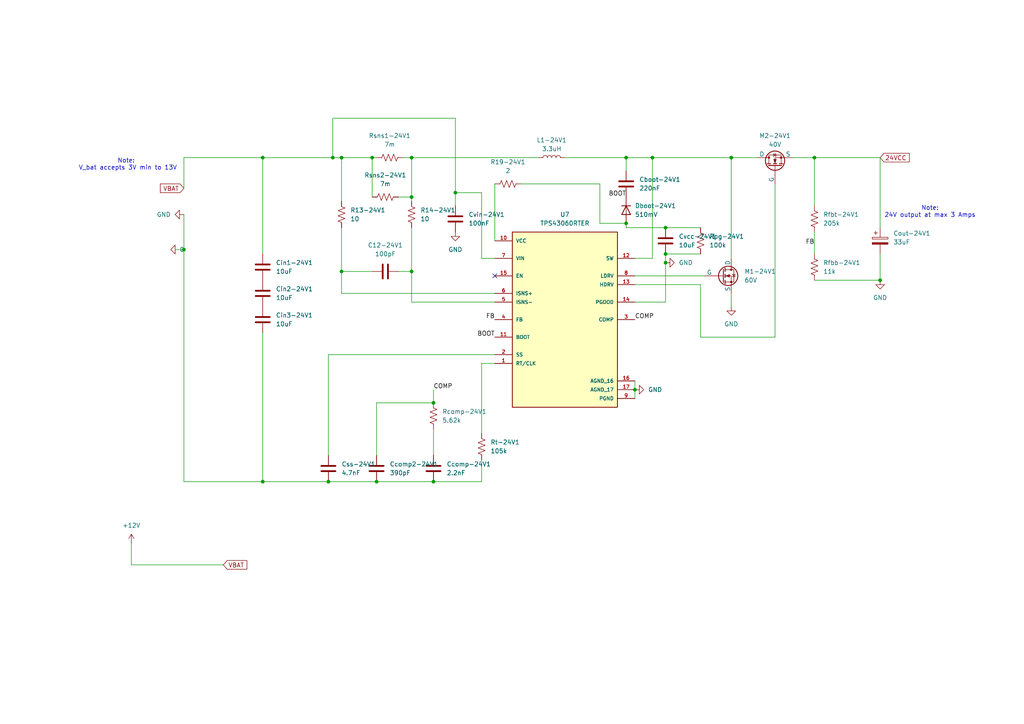
<source format=kicad_sch>
(kicad_sch (version 20250114) (generator "eeschema") (generator_version "9.0")
  (paper "A4")
  (lib_symbols
    (symbol "Device:C" (pin_numbers (hide yes)) (pin_names (offset 0.254))
      (property "Reference" "C" (at 0.635 2.54 0))
      (property "Value" "C" (at 0.635 -2.54 0))
      (symbol "C_0_1"
        (polyline (pts (xy -2.032 0.762) (xy 2.032 0.762)) (stroke (width 0.508)))
        (polyline (pts (xy -2.032 -0.762) (xy 2.032 -0.762)) (stroke (width 0.508)))
      )
      (symbol "C_1_1"
        (pin passive line (at 0 3.81 270) (length 2.794) (name "~") (number "1"))
        (pin passive line (at 0 -3.81 90) (length 2.794) (name "~") (number "2"))
      )
    )
    (symbol "Device:C_Polarized" (pin_numbers (hide yes)) (pin_names (offset 0.254))
      (property "Reference" "C" (at 0.635 2.54 0))
      (property "Value" "C_Polarized" (at 0.635 -2.54 0))
      (symbol "C_Polarized_0_1"
        (rectangle (start -2.286 0.508) (end 2.286 1.016))
        (polyline (pts (xy -1.778 2.286) (xy -0.762 2.286)))
        (polyline (pts (xy -1.27 2.794) (xy -1.27 1.778)))
        (rectangle (start 2.286 -0.508) (end -2.286 -1.016) (fill (type outline)))
      )
      (symbol "C_Polarized_1_1"
        (pin passive line (at 0 3.81 270) (length 2.794) (name "~") (number "1"))
        (pin passive line (at 0 -3.81 90) (length 2.794) (name "~") (number "2"))
      )
    )
    (symbol "Device:D" (pin_numbers (hide yes)) (pin_names (offset 1.016) (hide yes))
      (property "Reference" "D" (at 0 2.54 0))
      (property "Value" "D" (at 0 -2.54 0))
      (symbol "D_0_1"
        (polyline (pts (xy -1.27 1.27) (xy -1.27 -1.27)) (stroke (width 0.254)))
        (polyline (pts (xy 1.27 1.27) (xy 1.27 -1.27) (xy -1.27 0) (xy 1.27 1.27)) (stroke (width 0.254)))
        (polyline (pts (xy 1.27 0) (xy -1.27 0)))
      )
      (symbol "D_1_1"
        (pin passive line (at -3.81 0 0) (length 2.54) (name "K") (number "1"))
        (pin passive line (at 3.81 0 180) (length 2.54) (name "A") (number "2"))
      )
    )
    (symbol "Device:L" (pin_numbers (hide yes)) (pin_names (offset 1.016) (hide yes))
      (property "Reference" "L" (at -1.27 0 90))
      (property "Value" "L" (at 1.905 0 90))
      (symbol "L_0_1"
        (arc (start 0 2.54) (mid 0.6323 1.905) (end 0 1.27))
        (arc (start 0 1.27) (mid 0.6323 0.635) (end 0 0))
        (arc (start 0 0) (mid 0.6323 -0.635) (end 0 -1.27))
        (arc (start 0 -1.27) (mid 0.6323 -1.905) (end 0 -2.54))
      )
      (symbol "L_1_1"
        (pin passive line (at 0 3.81 270) (length 1.27) (name "1") (number "1"))
        (pin passive line (at 0 -3.81 90) (length 1.27) (name "2") (number "2"))
      )
    )
    (symbol "Device:R_US" (pin_numbers (hide yes)) (pin_names (offset 0))
      (property "Reference" "R" (at 2.54 0 90))
      (property "Value" "R_US" (at -2.54 0 90))
      (symbol "R_US_0_1"
        (polyline (pts (xy 0 2.286) (xy 0 2.54)))
        (polyline (pts (xy 0 2.286) (xy 1.016 1.905) (xy 0 1.524) (xy -1.016 1.143) (xy 0 0.762)))
        (polyline (pts (xy 0 0.762) (xy 1.016 0.381) (xy 0 0) (xy -1.016 -0.381) (xy 0 -0.762)))
        (polyline (pts (xy 0 -0.762) (xy 1.016 -1.143) (xy 0 -1.524) (xy -1.016 -1.905) (xy 0 -2.286)))
        (polyline (pts (xy 0 -2.286) (xy 0 -2.54)))
      )
      (symbol "R_US_1_1"
        (pin passive line (at 0 3.81 270) (length 1.27) (name "~") (number "1"))
        (pin passive line (at 0 -3.81 90) (length 1.27) (name "~") (number "2"))
      )
    )
    (symbol "Simulation_SPICE:0" (power) (pin_numbers (hide yes)) (pin_names (offset 0) (hide yes))
      (property "Value" "0" (at 0 -2.54 0))
      (symbol "0_0_1"
        (polyline (pts (xy -1.27 0) (xy 0 -1.27) (xy 1.27 0) (xy -1.27 0)))
      )
      (symbol "0_1_1"
        (pin power_in line (at 0 0 0) (length 0) (name "~") (number "1"))
      )
    )
    (symbol "Simulation_SPICE:NMOS" (pin_numbers (hide yes)) (pin_names (offset 0))
      (property "Reference" "Q" (at 5.08 1.27 0))
      (property "Value" "NMOS" (at 5.08 -1.27 0))
      (symbol "NMOS_0_1"
        (polyline (pts (xy 0.254 1.905) (xy 0.254 -1.905)) (stroke (width 0.254)))
        (polyline (pts (xy 0.254 0) (xy -2.54 0)))
        (polyline (pts (xy 0.762 2.286) (xy 0.762 1.27)) (stroke (width 0.254)))
        (polyline (pts (xy 0.762 0.508) (xy 0.762 -0.508)) (stroke (width 0.254)))
        (polyline (pts (xy 0.762 -1.27) (xy 0.762 -2.286)) (stroke (width 0.254)))
        (polyline (pts (xy 0.762 -1.778) (xy 3.302 -1.778) (xy 3.302 1.778) (xy 0.762 1.778)))
        (polyline (pts (xy 1.016 0) (xy 2.032 0.381) (xy 2.032 -0.381) (xy 1.016 0)) (fill (type outline)))
        (circle (center 1.651 0) (radius 2.794) (stroke (width 0.254)))
        (polyline (pts (xy 2.54 2.54) (xy 2.54 1.778)))
        (circle (center 2.54 1.778) (radius 0.254) (fill (type outline)))
        (circle (center 2.54 -1.778) (radius 0.254) (fill (type outline)))
        (polyline (pts (xy 2.54 -2.54) (xy 2.54 0) (xy 0.762 0)))
        (polyline (pts (xy 2.794 0.508) (xy 2.921 0.381) (xy 3.683 0.381) (xy 3.81 0.254)))
        (polyline (pts (xy 3.302 0.381) (xy 2.921 -0.254) (xy 3.683 -0.254) (xy 3.302 0.381)))
      )
      (symbol "NMOS_1_1"
        (pin input line (at -5.08 0 0) (length 2.54) (name "G") (number "2"))
        (pin passive line (at 2.54 5.08 270) (length 2.54) (name "D") (number "1"))
        (pin passive line (at 2.54 -5.08 90) (length 2.54) (name "S") (number "3"))
      )
    )
    (symbol "TPS43060RTER:TPS43060RTER" (pin_names (offset 1.016))
      (property "Reference" "U" (at -15.24 26.67 0))
      (property "Value" "TPS43060RTER" (at -15.24 -26.67 0))
      (symbol "TPS43060RTER_0_0"
        (rectangle (start -15.24 -25.4) (end 15.24 25.4) (stroke (width 0.254)) (fill (type background)))
        (pin power_in line (at -20.32 22.86 0) (length 5.08) (name "VCC") (number "10"))
        (pin input line (at -20.32 17.78 0) (length 5.08) (name "VIN") (number "7"))
        (pin input line (at -20.32 12.7 0) (length 5.08) (name "EN") (number "15"))
        (pin input line (at -20.32 7.62 0) (length 5.08) (name "ISNS+") (number "6"))
        (pin input line (at -20.32 5.08 0) (length 5.08) (name "ISNS-") (number "5"))
        (pin input line (at -20.32 0 0) (length 5.08) (name "FB") (number "4"))
        (pin input line (at -20.32 -5.08 0) (length 5.08) (name "BOOT") (number "11"))
        (pin passive line (at -20.32 -10.16 0) (length 5.08) (name "SS") (number "2"))
        (pin passive line (at -20.32 -12.7 0) (length 5.08) (name "RT/CLK") (number "1"))
        (pin output line (at 20.32 17.78 180) (length 5.08) (name "SW") (number "12"))
        (pin output line (at 20.32 12.7 180) (length 5.08) (name "LDRV") (number "8"))
        (pin output line (at 20.32 10.16 180) (length 5.08) (name "HDRV") (number "13"))
        (pin output line (at 20.32 5.08 180) (length 5.08) (name "PGOOD") (number "14"))
        (pin output line (at 20.32 0 180) (length 5.08) (name "COMP") (number "3"))
        (pin power_in line (at 20.32 -17.78 180) (length 5.08) (name "AGND_16") (number "16"))
        (pin power_in line (at 20.32 -20.32 180) (length 5.08) (name "AGND_17") (number "17"))
        (pin power_in line (at 20.32 -22.86 180) (length 5.08) (name "PGND") (number "9"))
      )
    )
    (symbol "power:+12V" (power) (pin_numbers (hide yes)) (pin_names (offset 0) (hide yes))
      (property "Value" "+12V" (at 0 3.556 0))
      (symbol "+12V_0_1"
        (polyline (pts (xy -0.762 1.27) (xy 0 2.54)))
        (polyline (pts (xy 0 2.54) (xy 0.762 1.27)))
        (polyline (pts (xy 0 0) (xy 0 2.54)))
      )
      (symbol "+12V_1_1"
        (pin power_in line (at 0 0 90) (length 0) (name "~") (number "1"))
      )
    )
    (symbol "power:GND" (power) (pin_numbers (hide yes)) (pin_names (offset 0) (hide yes))
      (property "Value" "GND" (at 0 -3.81 0))
      (symbol "GND_0_1"
        (polyline (pts (xy 0 0) (xy 0 -1.27) (xy 1.27 -1.27) (xy 0 -2.54) (xy -1.27 -1.27) (xy 0 -1.27)))
      )
      (symbol "GND_1_1"
        (pin power_in line (at 0 0 270) (length 0) (name "~") (number "1"))
      )
    )
  )
  (text "Note:\n24V output at max 3 Amps" (at 269.748 61.468 0) (effects (font (size 1.27 1.27))))
  (text "Note: \nV_bat accepts 3V min to 13V" (at 37.084 47.752 0) (effects (font (size 1.27 1.27))))
  (junction (at 193.04 76.2))
  (junction (at 119.38 45.72))
  (junction (at 181.61 45.72))
  (junction (at 181.61 64.77))
  (junction (at 193.04 73.66))
  (junction (at 96.52 45.72))
  (junction (at 109.22 139.7))
  (junction (at 119.38 78.74))
  (junction (at 184.15 113.03))
  (junction (at 95.25 139.7))
  (junction (at 99.06 78.74))
  (junction (at 132.08 55.88))
  (junction (at 53.34 72.39))
  (junction (at 107.95 45.72))
  (junction (at 255.27 81.28))
  (junction (at 119.38 57.15))
  (junction (at 125.73 139.7))
  (junction (at 99.06 45.72))
  (junction (at 236.22 45.72))
  (junction (at 76.2 139.7))
  (junction (at 125.73 116.84))
  (junction (at 212.09 45.72))
  (junction (at 76.2 45.72))
  (junction (at 189.23 45.72))
  (junction (at 193.04 66.04))
  (no_connect (at 143.51 80.01))
  (wire (pts (xy 184.15 74.93) (xy 189.23 74.93)))
  (wire (pts (xy 119.38 58.42) (xy 119.38 57.15)))
  (wire (pts (xy 143.51 53.34) (xy 143.51 69.85)))
  (wire (pts (xy 181.61 45.72) (xy 181.61 49.53)))
  (wire (pts (xy 143.51 85.09) (xy 99.06 85.09)))
  (wire (pts (xy 76.2 96.52) (xy 76.2 139.7)))
  (wire (pts (xy 119.38 45.72) (xy 119.38 57.15)))
  (wire (pts (xy 143.51 105.41) (xy 139.7 105.41)))
  (wire (pts (xy 107.95 45.72) (xy 107.95 57.15)))
  (wire (pts (xy 236.22 67.31) (xy 236.22 73.66)))
  (wire (pts (xy 212.09 85.09) (xy 212.09 88.9)))
  (wire (pts (xy 107.95 45.72) (xy 109.22 45.72)))
  (wire (pts (xy 212.09 45.72) (xy 219.71 45.72)))
  (wire (pts (xy 203.2 82.55) (xy 203.2 97.79)))
  (wire (pts (xy 76.2 45.72) (xy 76.2 73.66)))
  (wire (pts (xy 173.99 53.34) (xy 151.13 53.34)))
  (wire (pts (xy 255.27 66.04) (xy 255.27 45.72)))
  (wire (pts (xy 181.61 66.04) (xy 181.61 64.77)))
  (wire (pts (xy 184.15 80.01) (xy 204.47 80.01)))
  (wire (pts (xy 193.04 66.04) (xy 203.2 66.04)))
  (wire (pts (xy 38.1 163.83) (xy 64.77 163.83)))
  (wire (pts (xy 107.95 78.74) (xy 99.06 78.74)))
  (wire (pts (xy 236.22 81.28) (xy 255.27 81.28)))
  (wire (pts (xy 53.34 45.72) (xy 53.34 54.61)))
  (wire (pts (xy 229.87 45.72) (xy 236.22 45.72)))
  (wire (pts (xy 143.51 74.93) (xy 139.7 74.93)))
  (wire (pts (xy 76.2 45.72) (xy 96.52 45.72)))
  (wire (pts (xy 119.38 57.15) (xy 115.57 57.15)))
  (wire (pts (xy 189.23 45.72) (xy 212.09 45.72)))
  (wire (pts (xy 139.7 139.7) (xy 125.73 139.7)))
  (wire (pts (xy 95.25 132.08) (xy 95.25 102.87)))
  (wire (pts (xy 99.06 45.72) (xy 107.95 45.72)))
  (wire (pts (xy 139.7 74.93) (xy 139.7 55.88)))
  (wire (pts (xy 236.22 45.72) (xy 236.22 59.69)))
  (wire (pts (xy 203.2 97.79) (xy 224.79 97.79)))
  (wire (pts (xy 96.52 34.29) (xy 96.52 45.72)))
  (wire (pts (xy 193.04 73.66) (xy 203.2 73.66)))
  (wire (pts (xy 143.51 87.63) (xy 119.38 87.63)))
  (wire (pts (xy 125.73 124.46) (xy 125.73 132.08)))
  (wire (pts (xy 109.22 132.08) (xy 109.22 116.84)))
  (wire (pts (xy 119.38 87.63) (xy 119.38 78.74)))
  (wire (pts (xy 115.57 78.74) (xy 119.38 78.74)))
  (wire (pts (xy 50.8 72.39) (xy 53.34 72.39)))
  (wire (pts (xy 53.34 139.7) (xy 76.2 139.7)))
  (wire (pts (xy 184.15 113.03) (xy 184.15 115.57)))
  (wire (pts (xy 116.84 45.72) (xy 119.38 45.72)))
  (wire (pts (xy 99.06 45.72) (xy 99.06 58.42)))
  (wire (pts (xy 132.08 59.69) (xy 132.08 55.88)))
  (wire (pts (xy 173.99 64.77) (xy 181.61 64.77)))
  (wire (pts (xy 53.34 72.39) (xy 53.34 62.23)))
  (wire (pts (xy 99.06 85.09) (xy 99.06 78.74)))
  (wire (pts (xy 38.1 157.48) (xy 38.1 163.83)))
  (wire (pts (xy 255.27 45.72) (xy 236.22 45.72)))
  (wire (pts (xy 53.34 139.7) (xy 53.34 72.39)))
  (wire (pts (xy 125.73 113.03) (xy 125.73 116.84)))
  (wire (pts (xy 139.7 105.41) (xy 139.7 125.73)))
  (wire (pts (xy 95.25 102.87) (xy 143.51 102.87)))
  (wire (pts (xy 212.09 45.72) (xy 212.09 74.93)))
  (wire (pts (xy 173.99 53.34) (xy 173.99 64.77)))
  (wire (pts (xy 184.15 87.63) (xy 193.04 87.63)))
  (wire (pts (xy 184.15 82.55) (xy 203.2 82.55)))
  (wire (pts (xy 132.08 34.29) (xy 96.52 34.29)))
  (wire (pts (xy 109.22 139.7) (xy 125.73 139.7)))
  (wire (pts (xy 139.7 133.35) (xy 139.7 139.7)))
  (wire (pts (xy 184.15 110.49) (xy 184.15 113.03)))
  (wire (pts (xy 109.22 116.84) (xy 125.73 116.84)))
  (wire (pts (xy 119.38 45.72) (xy 156.21 45.72)))
  (wire (pts (xy 163.83 45.72) (xy 181.61 45.72)))
  (wire (pts (xy 119.38 78.74) (xy 119.38 66.04)))
  (wire (pts (xy 193.04 76.2) (xy 193.04 73.66)))
  (wire (pts (xy 255.27 81.28) (xy 255.27 73.66)))
  (wire (pts (xy 99.06 78.74) (xy 99.06 66.04)))
  (wire (pts (xy 193.04 76.2) (xy 193.04 87.63)))
  (wire (pts (xy 53.34 45.72) (xy 76.2 45.72)))
  (wire (pts (xy 76.2 139.7) (xy 95.25 139.7)))
  (wire (pts (xy 139.7 55.88) (xy 132.08 55.88)))
  (wire (pts (xy 189.23 45.72) (xy 189.23 74.93)))
  (wire (pts (xy 96.52 45.72) (xy 99.06 45.72)))
  (wire (pts (xy 181.61 45.72) (xy 189.23 45.72)))
  (wire (pts (xy 132.08 55.88) (xy 132.08 34.29)))
  (wire (pts (xy 224.79 97.79) (xy 224.79 53.34)))
  (wire (pts (xy 95.25 139.7) (xy 109.22 139.7)))
  (wire (pts (xy 193.04 66.04) (xy 181.61 66.04)))
  (label "BOOT" (at 181.61 57.15 180))
  (label "BOOT" (at 143.51 97.79 180))
  (label "COMP" (at 184.15 92.71 0))
  (label "COMP" (at 125.73 113.03 0))
  (label "FB" (at 143.51 92.71 180))
  (label "FB" (at 236.22 71.12 180))
  (global_label "VBAT" (shape input) (at 64.77 163.83 0) (property "Intersheetrefs" "${INTERSHEET_REFS}" (effects (hide yes))))
  (global_label "24VCC" (shape input) (at 255.27 45.72 0) (property "Intersheetrefs" "${INTERSHEET_REFS}" (effects (hide yes))))
  (global_label "VBAT" (shape input) (at 53.34 54.61 180) (property "Intersheetrefs" "${INTERSHEET_REFS}" (effects (hide yes))))
  (symbol (lib_id "Device:C") (at 109.22 135.89 0) (unit 1)
    (property "Reference" "Ccomp2-24V1" (at 113.03 134.6199 0) (effects (justify left)))
    (property "Value" "390pF" (at 113.03 137.1599 0) (effects (justify left)))
    (property "Footprint" "Capacitor_SMD:C_0805_2012Metric_Pad1.18x1.45mm_HandSolder" (effects (hide yes)))
    (property "Description" "Unpolarized capacitor" (effects (hide yes)))
  )
  (symbol (lib_id "Device:R_US") (at 99.06 62.23 0) (unit 1)
    (property "Reference" "R13-24V1" (at 101.6 60.9599 0) (effects (justify left)))
    (property "Value" "10" (at 101.6 63.4999 0) (effects (justify left)))
    (property "Footprint" "Capacitor_SMD:C_0603_1608Metric_Pad1.08x0.95mm_HandSolder" (effects (hide yes)))
    (property "Description" "Resistor, US symbol" (effects (hide yes)))
  )
  (symbol (lib_id "power:GND") (at 193.04 76.2 90) (unit 1)
    (property "Reference" "#PWR032" (effects (hide yes)))
    (property "Value" "GND" (at 196.85 76.1999 90) (effects (justify right)))
    (property "Description" "Power symbol creates a global label with name \"GND\" , ground" (effects (hide yes)))
  )
  (symbol (lib_id "power:GND") (at 212.09 88.9 0) (unit 1)
    (property "Reference" "#PWR035" (effects (hide yes)))
    (property "Value" "GND" (at 212.09 93.98 0))
    (property "Description" "Power symbol creates a global label with name \"GND\" , ground" (effects (hide yes)))
  )
  (symbol (lib_id "Device:C_Polarized") (at 255.27 69.85 0) (unit 1)
    (property "Reference" "Cout-24V1" (at 259.08 67.6909 0) (effects (justify left)))
    (property "Value" "33uF" (at 259.08 70.2309 0) (effects (justify left)))
    (property "Footprint" "Capacitor_SMD:CP_Elec_6.3x7.7" (effects (hide yes)))
    (property "Description" "Polarized capacitor" (effects (hide yes)))
  )
  (symbol (lib_id "Device:C") (at 76.2 92.71 0) (unit 1)
    (property "Reference" "Cin3-24V1" (at 80.01 91.4399 0) (effects (justify left)))
    (property "Value" "10uF" (at 80.01 93.9799 0) (effects (justify left)))
    (property "Footprint" "Capacitor_SMD:C_1210_3225Metric_Pad1.33x2.70mm_HandSolder" (effects (hide yes)))
    (property "Description" "Unpolarized capacitor" (effects (hide yes)))
  )
  (symbol (lib_id "Device:R_US") (at 147.32 53.34 90) (unit 1)
    (property "Reference" "R19-24V1" (at 147.32 46.99 90))
    (property "Value" "2" (at 147.32 49.53 90))
    (property "Footprint" "Capacitor_SMD:C_0603_1608Metric_Pad1.08x0.95mm_HandSolder" (effects (hide yes)))
    (property "Description" "Resistor, US symbol" (effects (hide yes)))
  )
  (symbol (lib_id "Device:R_US") (at 125.73 120.65 0) (unit 1)
    (property "Reference" "Rcomp-24V1" (at 128.27 119.3799 0) (effects (justify left)))
    (property "Value" "5.62k" (at 128.27 121.9199 0) (effects (justify left)))
    (property "Footprint" "Capacitor_SMD:C_0603_1608Metric_Pad1.08x0.95mm_HandSolder" (effects (hide yes)))
    (property "Description" "Resistor, US symbol" (effects (hide yes)))
  )
  (symbol (lib_id "Device:R_US") (at 113.03 45.72 90) (unit 1)
    (property "Reference" "Rsns1-24V1" (at 113.03 39.37 90))
    (property "Value" "7m" (at 113.03 41.91 90))
    (property "Footprint" "Resistor_SMD:R_0805_2012Metric_Pad1.20x1.40mm_HandSolder" (effects (hide yes)))
    (property "Description" "Resistor, US symbol" (effects (hide yes)))
  )
  (symbol (lib_id "Device:C") (at 76.2 85.09 0) (unit 1)
    (property "Reference" "Cin2-24V1" (at 80.01 83.8199 0) (effects (justify left)))
    (property "Value" "10uF" (at 80.01 86.3599 0) (effects (justify left)))
    (property "Footprint" "Capacitor_SMD:C_1210_3225Metric_Pad1.33x2.70mm_HandSolder" (effects (hide yes)))
    (property "Description" "Unpolarized capacitor" (effects (hide yes)))
  )
  (symbol (lib_id "Device:R_US") (at 203.2 69.85 180) (unit 1)
    (property "Reference" "Rpg-24V1" (at 205.74 68.5799 0) (effects (justify right)))
    (property "Value" "100k" (at 205.74 71.1199 0) (effects (justify right)))
    (property "Footprint" "Resistor_SMD:R_0805_2012Metric_Pad1.20x1.40mm_HandSolder" (effects (hide yes)))
    (property "Description" "Resistor, US symbol" (effects (hide yes)))
  )
  (symbol (lib_id "Device:C") (at 76.2 77.47 0) (unit 1)
    (property "Reference" "Cin1-24V1" (at 80.01 76.1999 0) (effects (justify left)))
    (property "Value" "10uF" (at 80.01 78.7399 0) (effects (justify left)))
    (property "Footprint" "Capacitor_SMD:C_1210_3225Metric_Pad1.33x2.70mm_HandSolder" (effects (hide yes)))
    (property "Description" "Unpolarized capacitor" (effects (hide yes)))
  )
  (symbol (lib_id "Simulation_SPICE:NMOS") (at 209.55 80.01 0) (unit 1)
    (property "Reference" "M1-24V1" (at 215.9 78.7399 0) (effects (justify left)))
    (property "Value" "60V" (at 215.9 81.2799 0) (effects (justify left)))
    (property "Footprint" "CSD18543Q3A:TRANS_CSD18543Q3A" (effects (hide yes)))
    (property "Datasheet" "https://ngspice.sourceforge.io/docs/ngspice-html-manual/manual.xhtml#cha_MOSFETs" (effects (hide yes)))
    (property "Description" "N-MOSFET transistor, drain/source/gate" (effects (hide yes)))
    (property "Sim.Device" "NMOS" (effects (hide yes)))
    (property "Sim.Type" "VDMOS" (effects (hide yes)))
    (property "Sim.Pins" "1=D 2=G 3=S" (effects (hide yes)))
  )
  (symbol (lib_id "Device:R_US") (at 236.22 63.5 180) (unit 1)
    (property "Reference" "Rfbt-24V1" (at 238.76 62.2299 0) (effects (justify right)))
    (property "Value" "205k" (at 238.76 64.7699 0) (effects (justify right)))
    (property "Footprint" "Resistor_SMD:R_0805_2012Metric_Pad1.20x1.40mm_HandSolder" (effects (hide yes)))
    (property "Description" "Resistor, US symbol" (effects (hide yes)))
  )
  (symbol (lib_id "Device:R_US") (at 236.22 77.47 180) (unit 1)
    (property "Reference" "Rfbb-24V1" (at 238.76 76.1999 0) (effects (justify right)))
    (property "Value" "11k" (at 238.76 78.7399 0) (effects (justify right)))
    (property "Footprint" "Resistor_SMD:R_0805_2012Metric_Pad1.20x1.40mm_HandSolder" (effects (hide yes)))
    (property "Description" "Resistor, US symbol" (effects (hide yes)))
  )
  (symbol (lib_id "power:GND") (at 184.15 113.03 90) (unit 1)
    (property "Reference" "#PWR033" (effects (hide yes)))
    (property "Value" "GND" (at 187.96 113.0299 90) (effects (justify right)))
    (property "Description" "Power symbol creates a global label with name \"GND\" , ground" (effects (hide yes)))
  )
  (symbol (lib_id "Device:R_US") (at 139.7 129.54 0) (unit 1)
    (property "Reference" "Rt-24V1" (at 142.24 128.2699 0) (effects (justify left)))
    (property "Value" "105k" (at 142.24 130.8099 0) (effects (justify left)))
    (property "Footprint" "Capacitor_SMD:C_0603_1608Metric_Pad1.08x0.95mm_HandSolder" (effects (hide yes)))
    (property "Description" "Resistor, US symbol" (effects (hide yes)))
  )
  (symbol (lib_id "Device:R_US") (at 119.38 62.23 180) (unit 1)
    (property "Reference" "R14-24V1" (at 121.92 60.9599 0) (effects (justify right)))
    (property "Value" "10" (at 121.92 63.4999 0) (effects (justify right)))
    (property "Footprint" "Capacitor_SMD:C_0603_1608Metric_Pad1.08x0.95mm_HandSolder" (effects (hide yes)))
    (property "Description" "Resistor, US symbol" (effects (hide yes)))
  )
  (symbol (lib_id "Device:C") (at 181.61 53.34 180) (unit 1)
    (property "Reference" "Cboot-24V1" (at 185.42 52.0699 0) (effects (justify right)))
    (property "Value" "220nF" (at 185.42 54.6099 0) (effects (justify right)))
    (property "Footprint" "Capacitor_SMD:C_0805_2012Metric_Pad1.18x1.45mm_HandSolder" (effects (hide yes)))
    (property "Description" "Unpolarized capacitor" (effects (hide yes)))
  )
  (symbol (lib_id "Device:C") (at 193.04 69.85 180) (unit 1)
    (property "Reference" "Cvcc-24V1" (at 196.85 68.5799 0) (effects (justify right)))
    (property "Value" "10uF" (at 196.85 71.1199 0) (effects (justify right)))
    (property "Footprint" "Capacitor_SMD:C_0805_2012Metric_Pad1.18x1.45mm_HandSolder" (effects (hide yes)))
    (property "Description" "Unpolarized capacitor" (effects (hide yes)))
  )
  (symbol (lib_id "power:+12V") (at 38.1 157.48 0) (unit 1)
    (property "Reference" "#PWR076" (effects (hide yes)))
    (property "Value" "+12V" (at 38.1 152.4 0))
    (property "Description" "Power symbol creates a global label with name \"+12V\"" (effects (hide yes)))
  )
  (symbol (lib_id "power:GND") (at 132.08 67.31 0) (unit 1)
    (property "Reference" "#PWR031" (effects (hide yes)))
    (property "Value" "GND" (at 132.08 72.39 0))
    (property "Description" "Power symbol creates a global label with name \"GND\" , ground" (effects (hide yes)))
  )
  (symbol (lib_id "Device:L") (at 160.02 45.72 90) (unit 1)
    (property "Reference" "L1-24V1" (at 160.02 40.64 90))
    (property "Value" "3.3uH" (at 160.02 43.18 90))
    (property "Footprint" "Inductor_SMD:L_Coilcraft_XAL7070-XXX" (effects (hide yes)))
    (property "Description" "Inductor" (effects (hide yes)))
  )
  (symbol (lib_id "power:GND") (at 255.27 81.28 0) (unit 1)
    (property "Reference" "#PWR034" (effects (hide yes)))
    (property "Value" "GND" (at 255.27 86.36 0))
    (property "Description" "Power symbol creates a global label with name \"GND\" , ground" (effects (hide yes)))
  )
  (symbol (lib_id "Simulation_SPICE:NMOS") (at 224.79 48.26 90) (unit 1)
    (property "Reference" "M2-24V1" (at 224.79 39.37 90))
    (property "Value" "40V" (at 224.79 41.91 90))
    (property "Footprint" "CSD18514Q5A:MOSFET_CSD19531Q5A" (effects (hide yes)))
    (property "Datasheet" "https://ngspice.sourceforge.io/docs/ngspice-html-manual/manual.xhtml#cha_MOSFETs" (effects (hide yes)))
    (property "Description" "N-MOSFET transistor, drain/source/gate" (effects (hide yes)))
    (property "Sim.Device" "NMOS" (effects (hide yes)))
    (property "Sim.Type" "VDMOS" (effects (hide yes)))
    (property "Sim.Pins" "1=D 2=G 3=S" (effects (hide yes)))
  )
  (symbol (lib_id "power:GND") (at 53.34 62.23 270) (unit 1)
    (property "Reference" "#PWR030" (effects (hide yes)))
    (property "Value" "GND" (at 49.53 62.2299 90) (effects (justify right)))
    (property "Description" "Power symbol creates a global label with name \"GND\" , ground" (effects (hide yes)))
  )
  (symbol (lib_id "Device:D") (at 181.61 60.96 270) (unit 1)
    (property "Reference" "Dboot-24V1" (at 184.15 59.6899 90) (effects (justify left)))
    (property "Value" "510mV" (at 184.15 62.2299 90) (effects (justify left)))
    (property "Footprint" "Diode_SMD:D_SOD-123F" (effects (hide yes)))
    (property "Description" "Diode" (effects (hide yes)))
    (property "Sim.Device" "D" (effects (hide yes)))
    (property "Sim.Pins" "1=K 2=A" (effects (hide yes)))
  )
  (symbol (lib_id "Simulation_SPICE:0") (at 50.8 72.39 270) (unit 1)
    (property "Reference" "#GND01" (effects (hide yes)))
    (property "Value" "0" (at 52.07 72.3899 90) (effects (justify left)))
    (property "Datasheet" "https://ngspice.sourceforge.io/docs/ngspice-html-manual/manual.xhtml#subsec_Circuit_elements__device" (effects (hide yes)))
    (property "Description" "0V reference potential for simulation" (effects (hide yes)))
  )
  (symbol (lib_id "Device:C") (at 111.76 78.74 90) (unit 1)
    (property "Reference" "C12-24V1" (at 111.76 71.12 90))
    (property "Value" "100pF" (at 111.76 73.66 90))
    (property "Footprint" "Capacitor_SMD:C_0805_2012Metric_Pad1.18x1.45mm_HandSolder" (effects (hide yes)))
    (property "Description" "Unpolarized capacitor" (effects (hide yes)))
  )
  (symbol (lib_id "Device:C") (at 125.73 135.89 0) (unit 1)
    (property "Reference" "Ccomp-24V1" (at 129.54 134.6199 0) (effects (justify left)))
    (property "Value" "2.2nF" (at 129.54 137.1599 0) (effects (justify left)))
    (property "Footprint" "Capacitor_SMD:C_0805_2012Metric_Pad1.18x1.45mm_HandSolder" (effects (hide yes)))
    (property "Description" "Unpolarized capacitor" (effects (hide yes)))
  )
  (symbol (lib_id "Device:C") (at 132.08 63.5 180) (unit 1)
    (property "Reference" "Cvin-24V1" (at 135.89 62.2299 0) (effects (justify right)))
    (property "Value" "100nF" (at 135.89 64.7699 0) (effects (justify right)))
    (property "Footprint" "Capacitor_SMD:C_0805_2012Metric_Pad1.18x1.45mm_HandSolder" (effects (hide yes)))
    (property "Description" "Unpolarized capacitor" (effects (hide yes)))
  )
  (symbol (lib_id "Device:C") (at 95.25 135.89 0) (unit 1)
    (property "Reference" "Css-24V1" (at 99.06 134.6199 0) (effects (justify left)))
    (property "Value" "4.7nF" (at 99.06 137.1599 0) (effects (justify left)))
    (property "Footprint" "Capacitor_SMD:C_0805_2012Metric_Pad1.18x1.45mm_HandSolder" (effects (hide yes)))
    (property "Description" "Unpolarized capacitor" (effects (hide yes)))
  )
  (symbol (lib_id "Device:R_US") (at 111.76 57.15 90) (unit 1)
    (property "Reference" "Rsns2-24V1" (at 111.76 50.8 90))
    (property "Value" "7m" (at 111.76 53.34 90))
    (property "Footprint" "Resistor_SMD:R_0805_2012Metric_Pad1.20x1.40mm_HandSolder" (effects (hide yes)))
    (property "Description" "Resistor, US symbol" (effects (hide yes)))
  )
  (symbol (lib_id "TPS43060RTER:TPS43060RTER") (at 163.83 92.71 0) (unit 1)
    (property "Reference" "U7" (at 163.83 62.23 0))
    (property "Value" "TPS43060RTER" (at 163.83 64.77 0))
    (property "Footprint" "TPS43060RTER:QFN50P300X300X80-17N" (effects (hide yes)))
    (property "MF" "Texas Instruments" (effects (hide yes)))
    (property "MAXIMUM_PACKAGE_HEIGHT" "0.8mm" (effects (hide yes)))
    (property "Package" "WQFN-16 Texas Instruments" (effects (hide yes)))
    (property "Price" "None" (effects (hide yes)))
    (property "Check_prices" "https://www.snapeda.com/parts/TPS43060RTER/Texas+Instruments/view-part/?ref=eda" (effects (hide yes)))
    (property "STANDARD" "IPC-7351B" (effects (hide yes)))
    (property "PARTREV" "4205254/D 01/11" (effects (hide yes)))
    (property "SnapEDA_Link" "https://www.snapeda.com/parts/TPS43060RTER/Texas+Instruments/view-part/?ref=snap" (effects (hide yes)))
    (property "MP" "TPS43060RTER" (effects (hide yes)))
    (property "Description_1" "Low Iq, 58V, Synchronous Boost Controller w/ Wide Input Voltage & 7.5V Gate Drive for Standard FETs" (effects (hide yes)))
    (property "Availability" "In Stock" (effects (hide yes)))
    (property "MANUFACTURER" "Texas Instruments" (effects (hide yes)))
  )
)
</source>
